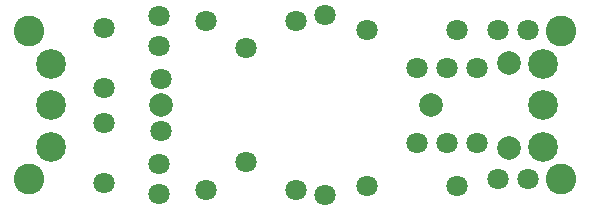
<source format=gbs>
G75*
G70*
%OFA0B0*%
%FSLAX24Y24*%
%IPPOS*%
%LPD*%
%AMOC8*
5,1,8,0,0,1.08239X$1,22.5*
%
%ADD10C,0.1024*%
%ADD11C,0.0710*%
%ADD12C,0.0790*%
%ADD13C,0.0990*%
D10*
X001084Y001084D03*
X001084Y006006D03*
X018801Y006006D03*
X018801Y001084D03*
D11*
X017687Y001084D03*
X016687Y001084D03*
X015320Y000848D03*
X012320Y000848D03*
X010927Y000545D03*
X009966Y000730D03*
X008301Y001654D03*
X006966Y000730D03*
X005415Y000584D03*
X003565Y000970D03*
X005415Y001584D03*
X005482Y002680D03*
X003565Y002970D03*
X003565Y004120D03*
X005482Y004429D03*
X008301Y005456D03*
X006966Y006340D03*
X005415Y006506D03*
X003565Y006120D03*
X005415Y005506D03*
X009966Y006340D03*
X010927Y006545D03*
X012320Y006065D03*
X015320Y006065D03*
X016687Y006045D03*
X017687Y006045D03*
X016002Y004773D03*
X015002Y004773D03*
X014002Y004773D03*
X014002Y002293D03*
X015002Y002293D03*
X016002Y002293D03*
D12*
X017069Y002135D03*
X014462Y003545D03*
X017069Y004954D03*
X005462Y003545D03*
D13*
X001793Y003545D03*
X001793Y002167D03*
X001793Y004923D03*
X018210Y004923D03*
X018210Y003545D03*
X018210Y002167D03*
M02*

</source>
